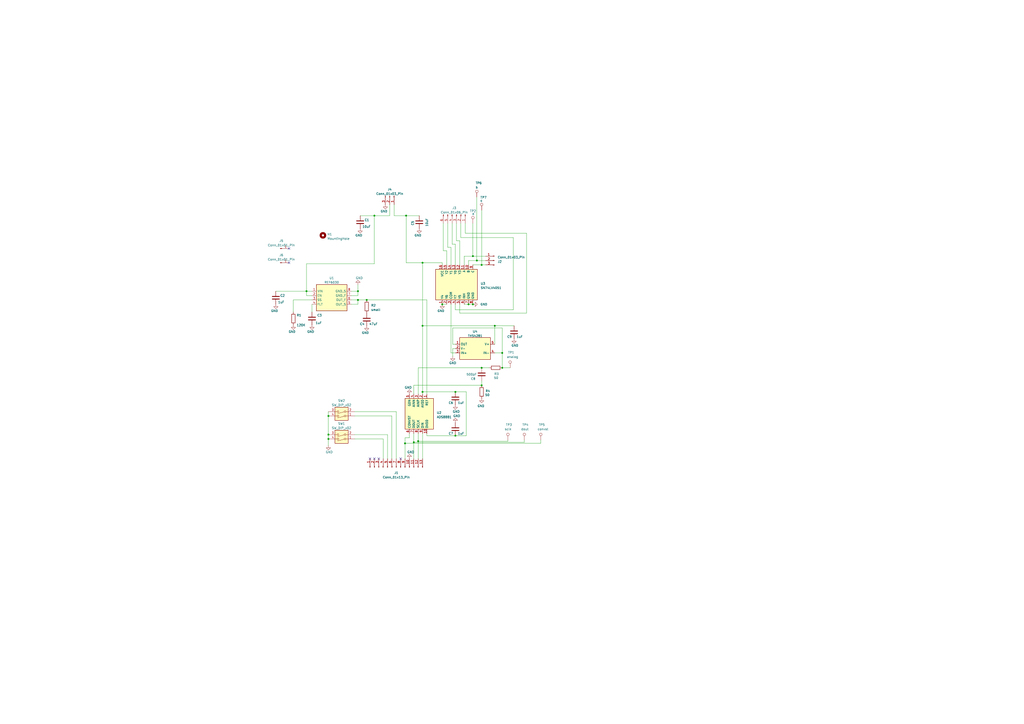
<source format=kicad_sch>
(kicad_sch (version 20230121) (generator eeschema)
  (paper "A2")
  (title_block (title "Stem Piano - Six Channel Analog 0.0") (date "2023") (rev "0.0"))
  (lib_symbols
    (symbol "Connector:Conn_01x01_Pin" (pin_names (offset 1.016) hide)
      (property "Reference" "J" (at 0 2.54 0))
      (property "Value" "Conn_01x01_Pin" (at 0 -2.54 0))
      (symbol "Conn_01x01_Pin_1_1"
        (polyline (pts (xy 1.27 0) (xy 0.8636 0)) (stroke (width 0.1524)))
        (rectangle (start 0.8636 0.127) (end 0 -0.127) (stroke (width 0.1524)) (fill (type outline)))
        (pin passive line (at 5.08 0 180) (length 3.81) (name "Pin_1") (number "1"))
      )
    )
    (symbol "Connector:Conn_01x03_Pin" (pin_names (offset 1.016) hide)
      (property "Reference" "J" (at 0 5.08 0))
      (property "Value" "Conn_01x03_Pin" (at 0 -5.08 0))
      (symbol "Conn_01x03_Pin_1_1"
        (polyline (pts (xy 1.27 -2.54) (xy 0.8636 -2.54)) (stroke (width 0.1524)))
        (polyline (pts (xy 1.27 0) (xy 0.8636 0)) (stroke (width 0.1524)))
        (polyline (pts (xy 1.27 2.54) (xy 0.8636 2.54)) (stroke (width 0.1524)))
        (rectangle (start 0.8636 -2.413) (end 0 -2.667) (stroke (width 0.1524)) (fill (type outline)))
        (rectangle (start 0.8636 0.127) (end 0 -0.127) (stroke (width 0.1524)) (fill (type outline)))
        (rectangle (start 0.8636 2.667) (end 0 2.413) (stroke (width 0.1524)) (fill (type outline)))
        (pin passive line (at 5.08 2.54 180) (length 3.81) (name "Pin_1") (number "1"))
        (pin passive line (at 5.08 0 180) (length 3.81) (name "Pin_2") (number "2"))
        (pin passive line (at 5.08 -2.54 180) (length 3.81) (name "Pin_3") (number "3"))
      )
    )
    (symbol "Connector:Conn_01x06_Pin" (pin_names (offset 1.016) hide)
      (property "Reference" "J" (at 0 7.62 0))
      (property "Value" "Conn_01x06_Pin" (at 0 -10.16 0))
      (symbol "Conn_01x06_Pin_1_1"
        (polyline (pts (xy 1.27 -7.62) (xy 0.8636 -7.62)) (stroke (width 0.1524)))
        (polyline (pts (xy 1.27 -5.08) (xy 0.8636 -5.08)) (stroke (width 0.1524)))
        (polyline (pts (xy 1.27 -2.54) (xy 0.8636 -2.54)) (stroke (width 0.1524)))
        (polyline (pts (xy 1.27 0) (xy 0.8636 0)) (stroke (width 0.1524)))
        (polyline (pts (xy 1.27 2.54) (xy 0.8636 2.54)) (stroke (width 0.1524)))
        (polyline (pts (xy 1.27 5.08) (xy 0.8636 5.08)) (stroke (width 0.1524)))
        (rectangle (start 0.8636 -7.493) (end 0 -7.747) (stroke (width 0.1524)) (fill (type outline)))
        (rectangle (start 0.8636 -4.953) (end 0 -5.207) (stroke (width 0.1524)) (fill (type outline)))
        (rectangle (start 0.8636 -2.413) (end 0 -2.667) (stroke (width 0.1524)) (fill (type outline)))
        (rectangle (start 0.8636 0.127) (end 0 -0.127) (stroke (width 0.1524)) (fill (type outline)))
        (rectangle (start 0.8636 2.667) (end 0 2.413) (stroke (width 0.1524)) (fill (type outline)))
        (rectangle (start 0.8636 5.207) (end 0 4.953) (stroke (width 0.1524)) (fill (type outline)))
        (pin passive line (at 5.08 5.08 180) (length 3.81) (name "Pin_1") (number "1"))
        (pin passive line (at 5.08 2.54 180) (length 3.81) (name "Pin_2") (number "2"))
        (pin passive line (at 5.08 0 180) (length 3.81) (name "Pin_3") (number "3"))
        (pin passive line (at 5.08 -2.54 180) (length 3.81) (name "Pin_4") (number "4"))
        (pin passive line (at 5.08 -5.08 180) (length 3.81) (name "Pin_5") (number "5"))
        (pin passive line (at 5.08 -7.62 180) (length 3.81) (name "Pin_6") (number "6"))
      )
    )
    (symbol "Connector:Conn_01x13_Pin" (pin_names (offset 1.016) hide)
      (property "Reference" "J" (at 0 17.78 0))
      (property "Value" "Conn_01x13_Pin" (at 0 -17.78 0))
      (symbol "Conn_01x13_Pin_1_1"
        (polyline (pts (xy 1.27 -15.24) (xy 0.8636 -15.24)) (stroke (width 0.1524)))
        (polyline (pts (xy 1.27 -12.7) (xy 0.8636 -12.7)) (stroke (width 0.1524)))
        (polyline (pts (xy 1.27 -10.16) (xy 0.8636 -10.16)) (stroke (width 0.1524)))
        (polyline (pts (xy 1.27 -7.62) (xy 0.8636 -7.62)) (stroke (width 0.1524)))
        (polyline (pts (xy 1.27 -5.08) (xy 0.8636 -5.08)) (stroke (width 0.1524)))
        (polyline (pts (xy 1.27 -2.54) (xy 0.8636 -2.54)) (stroke (width 0.1524)))
        (polyline (pts (xy 1.27 0) (xy 0.8636 0)) (stroke (width 0.1524)))
        (polyline (pts (xy 1.27 2.54) (xy 0.8636 2.54)) (stroke (width 0.1524)))
        (polyline (pts (xy 1.27 5.08) (xy 0.8636 5.08)) (stroke (width 0.1524)))
        (polyline (pts (xy 1.27 7.62) (xy 0.8636 7.62)) (stroke (width 0.1524)))
        (polyline (pts (xy 1.27 10.16) (xy 0.8636 10.16)) (stroke (width 0.1524)))
        (polyline (pts (xy 1.27 12.7) (xy 0.8636 12.7)) (stroke (width 0.1524)))
        (polyline (pts (xy 1.27 15.24) (xy 0.8636 15.24)) (stroke (width 0.1524)))
        (rectangle (start 0.8636 -15.113) (end 0 -15.367) (stroke (width 0.1524)) (fill (type outline)))
        (rectangle (start 0.8636 -12.573) (end 0 -12.827) (stroke (width 0.1524)) (fill (type outline)))
        (rectangle (start 0.8636 -10.033) (end 0 -10.287) (stroke (width 0.1524)) (fill (type outline)))
        (rectangle (start 0.8636 -7.493) (end 0 -7.747) (stroke (width 0.1524)) (fill (type outline)))
        (rectangle (start 0.8636 -4.953) (end 0 -5.207) (stroke (width 0.1524)) (fill (type outline)))
        (rectangle (start 0.8636 -2.413) (end 0 -2.667) (stroke (width 0.1524)) (fill (type outline)))
        (rectangle (start 0.8636 0.127) (end 0 -0.127) (stroke (width 0.1524)) (fill (type outline)))
        (rectangle (start 0.8636 2.667) (end 0 2.413) (stroke (width 0.1524)) (fill (type outline)))
        (rectangle (start 0.8636 5.207) (end 0 4.953) (stroke (width 0.1524)) (fill (type outline)))
        (rectangle (start 0.8636 7.747) (end 0 7.493) (stroke (width 0.1524)) (fill (type outline)))
        (rectangle (start 0.8636 10.287) (end 0 10.033) (stroke (width 0.1524)) (fill (type outline)))
        (rectangle (start 0.8636 12.827) (end 0 12.573) (stroke (width 0.1524)) (fill (type outline)))
        (rectangle (start 0.8636 15.367) (end 0 15.113) (stroke (width 0.1524)) (fill (type outline)))
        (pin passive line (at 5.08 15.24 180) (length 3.81) (name "Pin_1") (number "1"))
        (pin passive line (at 5.08 -7.62 180) (length 3.81) (name "Pin_10") (number "10"))
        (pin passive line (at 5.08 -10.16 180) (length 3.81) (name "Pin_11") (number "11"))
        (pin passive line (at 5.08 -12.7 180) (length 3.81) (name "Pin_12") (number "12"))
        (pin passive line (at 5.08 -15.24 180) (length 3.81) (name "Pin_13") (number "13"))
        (pin passive line (at 5.08 12.7 180) (length 3.81) (name "Pin_2") (number "2"))
        (pin passive line (at 5.08 10.16 180) (length 3.81) (name "Pin_3") (number "3"))
        (pin passive line (at 5.08 7.62 180) (length 3.81) (name "Pin_4") (number "4"))
        (pin passive line (at 5.08 5.08 180) (length 3.81) (name "Pin_5") (number "5"))
        (pin passive line (at 5.08 2.54 180) (length 3.81) (name "Pin_6") (number "6"))
        (pin passive line (at 5.08 0 180) (length 3.81) (name "Pin_7") (number "7"))
        (pin passive line (at 5.08 -2.54 180) (length 3.81) (name "Pin_8") (number "8"))
        (pin passive line (at 5.08 -5.08 180) (length 3.81) (name "Pin_9") (number "9"))
      )
    )
    (symbol "Connector:TestPoint" (pin_numbers hide) (pin_names (offset 0.762) hide)
      (property "Reference" "TP" (at 0 6.858 0))
      (property "Value" "TestPoint" (at 0 5.08 0))
      (symbol "TestPoint_0_1"
        (circle (center 0 3.302) (radius 0.762))
      )
      (symbol "TestPoint_1_1"
        (pin passive line (at 0 0 90) (length 2.54) (name "1") (number "1"))
      )
    )
    (symbol "Device:C" (pin_numbers hide) (pin_names (offset 0.254))
      (property "Reference" "C" (at 0.635 2.54 0))
      (property "Value" "C" (at 0.635 -2.54 0))
      (symbol "C_0_1"
        (polyline (pts (xy -2.032 -0.762) (xy 2.032 -0.762)) (stroke (width 0.508)))
        (polyline (pts (xy -2.032 0.762) (xy 2.032 0.762)) (stroke (width 0.508)))
      )
      (symbol "C_1_1"
        (pin passive line (at 0 3.81 270) (length 2.794) (name "~") (number "1"))
        (pin passive line (at 0 -3.81 90) (length 2.794) (name "~") (number "2"))
      )
    )
    (symbol "Device:R" (pin_numbers hide) (pin_names (offset 0))
      (property "Reference" "R" (at 2.032 0 90))
      (property "Value" "R" (at 0 0 90))
      (symbol "R_0_1"
        (rectangle (start -1.016 -2.54) (end 1.016 2.54) (stroke (width 0.254)))
      )
      (symbol "R_1_1"
        (pin passive line (at 0 3.81 270) (length 1.27) (name "~") (number "1"))
        (pin passive line (at 0 -3.81 90) (length 1.27) (name "~") (number "2"))
      )
    )
    (symbol "Mechanical:MountingHole" (pin_names (offset 1.016))
      (property "Reference" "H" (at 0 5.08 0))
      (property "Value" "MountingHole" (at 0 3.175 0))
      (symbol "MountingHole_0_1"
        (circle (center 0 0) (radius 1.27) (stroke (width 1.27)))
      )
    )
    (symbol "Switch:SW_DIP_x02" (pin_names (offset 0) hide)
      (property "Reference" "SW" (at 0 6.35 0))
      (property "Value" "SW_DIP_x02" (at 0 -3.81 0))
      (symbol "SW_DIP_x02_0_0"
        (circle (center -2.032 0) (radius 0.508))
        (circle (center -2.032 2.54) (radius 0.508))
        (polyline (pts (xy -1.524 0.127) (xy 2.3622 1.1684)))
        (polyline (pts (xy -1.524 2.667) (xy 2.3622 3.7084)))
        (circle (center 2.032 0) (radius 0.508))
        (circle (center 2.032 2.54) (radius 0.508))
      )
      (symbol "SW_DIP_x02_0_1"
        (rectangle (start -3.81 5.08) (end 3.81 -2.54) (stroke (width 0.254)) (fill (type background)))
      )
      (symbol "SW_DIP_x02_1_1"
        (pin passive line (at -7.62 2.54 0) (length 5.08) (name "~") (number "1"))
        (pin passive line (at -7.62 0 0) (length 5.08) (name "~") (number "2"))
        (pin passive line (at 7.62 0 180) (length 5.08) (name "~") (number "3"))
        (pin passive line (at 7.62 2.54 180) (length 5.08) (name "~") (number "4"))
      )
    )
    (symbol "stem_piano_symbols:ADS8881"
      (property "Reference" "U" (at 0 1.27 0))
      (property "Value" "ADS8881" (at 0 7.62 0))
      (symbol "ADS8881_0_1"
        (rectangle (start -8.89 8.89) (end 8.89 -7.62) (stroke (width 0.254)) (fill (type background)))
      )
      (symbol "ADS8881_1_1"
        (pin input line (at -11.43 5.08 0) (length 2.54) (name "REF") (number "1"))
        (pin power_in line (at 11.43 5.08 180) (length 2.54) (name "DVDD") (number "10"))
        (pin power_in line (at -11.43 2.54 0) (length 2.54) (name "AVDD") (number "2"))
        (pin input line (at -11.43 0 0) (length 2.54) (name "AINP") (number "3"))
        (pin input line (at -11.43 -2.54 0) (length 2.54) (name "AINN") (number "4"))
        (pin power_in line (at -11.43 -5.08 0) (length 2.54) (name "GDN") (number "5"))
        (pin input line (at 11.43 -5.08 180) (length 2.54) (name "CONVST") (number "6"))
        (pin output line (at 11.43 -2.54 180) (length 2.54) (name "DOUT") (number "7"))
        (pin input line (at 11.43 0 180) (length 2.54) (name "SCLK") (number "8"))
        (pin input line (at 11.43 2.54 180) (length 2.54) (name "DIN") (number "9"))
      )
    )
    (symbol "stem_piano_symbols:REF6030"
      (property "Reference" "U" (at 0 0 0))
      (property "Value" "REF6030" (at 0 6.35 0))
      (symbol "REF6030_0_1"
        (rectangle (start -8.89 7.62) (end 8.89 -7.62) (stroke (width 0.254)) (fill (type background)))
      )
      (symbol "REF6030_1_1"
        (pin power_in line (at -11.43 3.81 0) (length 2.54) (name "VIN") (number "1"))
        (pin input line (at -11.43 1.27 0) (length 2.54) (name "EN") (number "2"))
        (pin input line (at -11.43 -1.27 0) (length 2.54) (name "SS") (number "3"))
        (pin input line (at -11.43 -3.81 0) (length 2.54) (name "FLT") (number "4"))
        (pin input line (at 11.43 -3.81 180) (length 2.54) (name "OUT_S") (number "5"))
        (pin output line (at 11.43 -1.27 180) (length 2.54) (name "OUT_F") (number "6"))
        (pin power_in line (at 11.43 1.27 180) (length 2.54) (name "GND_F") (number "7"))
        (pin power_in line (at 11.43 3.81 180) (length 2.54) (name "GND_S") (number "8"))
      )
    )
    (symbol "stem_piano_symbols:SN74LV4051"
      (property "Reference" "U" (at -8.89 16.51 0))
      (property "Value" "SN74LV4051" (at -8.89 13.97 0))
      (symbol "SN74LV4051_0_1"
        (rectangle (start -8.89 12.7) (end 8.89 -11.43) (stroke (width 0.254)) (fill (type background)))
      )
      (symbol "SN74LV4051_1_1"
        (pin input line (at -11.43 8.89 0) (length 2.54) (name "Y4") (number "1"))
        (pin input line (at 11.43 -6.35 180) (length 2.54) (name "B") (number "10"))
        (pin input line (at 11.43 -3.81 180) (length 2.54) (name "A") (number "11"))
        (pin input line (at 11.43 -1.27 180) (length 2.54) (name "Y3") (number "12"))
        (pin input line (at 11.43 1.27 180) (length 2.54) (name "Y0") (number "13"))
        (pin input line (at 11.43 3.81 180) (length 2.54) (name "Y1") (number "14"))
        (pin input line (at 11.43 6.35 180) (length 2.54) (name "Y2") (number "15"))
        (pin power_in line (at 11.43 8.89 180) (length 2.54) (name "VCC") (number "16"))
        (pin input line (at -11.43 6.35 0) (length 2.54) (name "Y6") (number "2"))
        (pin output line (at -11.43 3.81 0) (length 2.54) (name "COM") (number "3"))
        (pin input line (at -11.43 1.27 0) (length 2.54) (name "Y7") (number "4"))
        (pin input line (at -11.43 -1.27 0) (length 2.54) (name "Y5") (number "5"))
        (pin input line (at -11.43 -3.81 0) (length 2.54) (name "INH") (number "6"))
        (pin power_in line (at -11.43 -6.35 0) (length 2.54) (name "GND") (number "7"))
        (pin power_in line (at -11.43 -8.89 0) (length 2.54) (name "GND") (number "8"))
        (pin input line (at 11.43 -8.89 180) (length 2.54) (name "C") (number "9"))
      )
    )
    (symbol "stem_piano_symbols:THS4281"
      (property "Reference" "U" (at 0 -1.27 0))
      (property "Value" "THS4281" (at 0 5.08 0))
      (symbol "THS4281_0_1"
        (rectangle (start -8.89 6.35) (end 8.89 -6.35) (stroke (width 0.254)) (fill (type background)))
      )
      (symbol "THS4281_1_1"
        (pin output line (at -11.43 2.54 0) (length 2.54) (name "OUT") (number "1"))
        (pin power_in line (at -11.43 0 0) (length 2.54) (name "V-") (number "2"))
        (pin input line (at -11.43 -2.54 0) (length 2.54) (name "IN+") (number "3"))
        (pin input line (at 11.43 -2.54 180) (length 2.54) (name "IN-") (number "4"))
        (pin power_in line (at 11.43 2.54 180) (length 2.54) (name "V+") (number "5"))
      )
    )
    (symbol "power:GND" (power) (pin_names (offset 0))
      (property "Value" "GND" (at 0 -3.81 0))
      (symbol "GND_0_1"
        (polyline (pts (xy 0 0) (xy 0 -1.27) (xy 1.27 -1.27) (xy 0 -2.54) (xy -1.27 -1.27) (xy 0 -1.27)))
      )
      (symbol "GND_1_1"
        (pin power_in line (at 0 0 270) (length 0) hide (name "GND") (number "1"))
      )
    )
  )
  (junction (at 291.338 204.724))
  (junction (at 190.5 254.635))
  (junction (at 245.11 188.976))
  (junction (at 242.57 255.905))
  (junction (at 264.16 252.73))
  (junction (at 287.02 188.976))
  (junction (at 264.16 227.33))
  (junction (at 279.4 213.36))
  (junction (at 291.338 213.36))
  (junction (at 271.78 176.53))
  (junction (at 234.95 257.175))
  (junction (at 245.11 227.33))
  (junction (at 256.54 176.53))
  (junction (at 190.5 252.095))
  (junction (at 217.17 125.095))
  (junction (at 274.32 176.53))
  (junction (at 207.645 173.99))
  (junction (at 190.5 241.3))
  (junction (at 245.11 152.4))
  (junction (at 177.8 168.91))
  (junction (at 207.645 168.91))
  (junction (at 212.725 173.99))
  (junction (at 240.03 256.54))
  (junction (at 235.585 125.095))
  (junction (at 276.606 151.13))
  (junction (at 274.32 148.59))
  (junction (at 279.4 153.67))
  (junction (at 279.4 223.52))
  (no_connect (at 167.64 152.4))
  (no_connect (at 217.17 266.065))
  (no_connect (at 214.63 266.065))
  (no_connect (at 219.71 266.065))
  (no_connect (at 232.41 266.065))
  (no_connect (at 167.64 144.145))
  (wire (pts (xy 262.636 190.246) (xy 291.338 190.246)))
  (wire (pts (xy 247.65 173.99) (xy 247.65 228.6)))
  (wire (pts (xy 242.57 255.905) (xy 242.57 266.065)))
  (wire (pts (xy 279.4 121.92) (xy 279.4 153.67)))
  (wire (pts (xy 205.74 254.635) (xy 222.25 254.635)))
  (wire (pts (xy 266.7 139.7) (xy 264.795 139.7)))
  (wire (pts (xy 259.08 153.67) (xy 259.08 145.415)))
  (wire (pts (xy 264.16 141.605) (xy 262.255 141.605)))
  (wire (pts (xy 245.11 152.4) (xy 245.11 188.976)))
  (wire (pts (xy 274.32 148.59) (xy 281.686 148.59)))
  (wire (pts (xy 271.78 176.53) (xy 274.32 176.53)))
  (wire (pts (xy 279.4 153.67) (xy 281.686 153.67)))
  (wire (pts (xy 269.24 176.53) (xy 271.78 176.53)))
  (wire (pts (xy 160.02 168.91) (xy 177.8 168.91)))
  (wire (pts (xy 259.08 176.53) (xy 256.54 176.53)))
  (wire (pts (xy 267.335 137.795) (xy 297.815 137.795)))
  (wire (pts (xy 291.338 190.246) (xy 291.338 204.724)))
  (wire (pts (xy 207.645 168.91) (xy 207.645 165.1)))
  (wire (pts (xy 287.02 188.976) (xy 245.11 188.976)))
  (wire (pts (xy 305.435 135.255) (xy 305.435 181.61)))
  (wire (pts (xy 205.74 238.76) (xy 229.87 238.76)))
  (wire (pts (xy 269.875 129.54) (xy 269.875 135.255)))
  (wire (pts (xy 240.03 228.6) (xy 240.03 223.52)))
  (wire (pts (xy 267.335 129.54) (xy 267.335 137.795)))
  (wire (pts (xy 234.95 254) (xy 234.95 257.175)))
  (wire (pts (xy 291.338 204.724) (xy 291.338 213.36)))
  (wire (pts (xy 245.11 251.46) (xy 245.11 266.065)))
  (wire (pts (xy 242.57 251.46) (xy 242.57 255.905)))
  (wire (pts (xy 240.03 223.52) (xy 279.4 223.52)))
  (wire (pts (xy 203.835 171.45) (xy 207.645 171.45)))
  (wire (pts (xy 274.32 129.54) (xy 274.32 148.59)))
  (wire (pts (xy 229.87 238.76) (xy 229.87 266.065)))
  (wire (pts (xy 190.5 241.3) (xy 190.5 252.095)))
  (wire (pts (xy 205.74 252.095) (xy 224.79 252.095)))
  (wire (pts (xy 180.975 176.53) (xy 180.975 180.975)))
  (wire (pts (xy 180.975 171.45) (xy 177.8 171.45)))
  (wire (pts (xy 266.7 176.53) (xy 266.7 181.61)))
  (wire (pts (xy 264.16 179.705) (xy 264.16 176.53)))
  (wire (pts (xy 274.32 153.67) (xy 279.4 153.67)))
  (wire (pts (xy 270.51 227.33) (xy 264.16 227.33)))
  (wire (pts (xy 177.8 171.45) (xy 177.8 168.91)))
  (wire (pts (xy 261.62 204.724) (xy 264.16 204.724)))
  (wire (pts (xy 242.57 255.905) (xy 294.64 255.905)))
  (wire (pts (xy 297.815 137.795) (xy 297.815 179.705)))
  (wire (pts (xy 269.24 148.59) (xy 269.24 153.67)))
  (wire (pts (xy 264.16 252.73) (xy 270.51 252.73)))
  (wire (pts (xy 271.78 151.13) (xy 271.78 153.67)))
  (wire (pts (xy 266.7 181.61) (xy 305.435 181.61)))
  (wire (pts (xy 313.69 255.27) (xy 313.69 257.175)))
  (wire (pts (xy 264.16 202.184) (xy 262.636 202.184)))
  (wire (pts (xy 170.18 173.99) (xy 170.18 180.975)))
  (wire (pts (xy 235.585 125.095) (xy 235.585 152.4)))
  (wire (pts (xy 247.65 252.73) (xy 247.65 251.46)))
  (wire (pts (xy 294.64 255.27) (xy 294.64 255.905)))
  (wire (pts (xy 177.8 168.91) (xy 180.975 168.91)))
  (wire (pts (xy 257.175 145.415) (xy 257.175 129.54)))
  (wire (pts (xy 190.5 252.095) (xy 190.5 254.635)))
  (wire (pts (xy 264.16 179.705) (xy 297.815 179.705)))
  (wire (pts (xy 261.62 143.51) (xy 259.715 143.51)))
  (wire (pts (xy 235.585 125.095) (xy 243.205 125.095)))
  (wire (pts (xy 226.06 118.745) (xy 226.06 125.095)))
  (wire (pts (xy 177.8 153.035) (xy 217.17 153.035)))
  (wire (pts (xy 256.54 152.4) (xy 256.54 153.67)))
  (wire (pts (xy 276.606 114.3) (xy 276.606 151.13)))
  (wire (pts (xy 217.17 153.035) (xy 217.17 125.095)))
  (wire (pts (xy 177.8 168.91) (xy 177.8 153.035)))
  (wire (pts (xy 279.4 213.36) (xy 283.718 213.36)))
  (wire (pts (xy 269.875 135.255) (xy 305.435 135.255)))
  (wire (pts (xy 264.16 252.73) (xy 247.65 252.73)))
  (wire (pts (xy 205.74 241.3) (xy 227.33 241.3)))
  (wire (pts (xy 207.645 176.53) (xy 207.645 173.99)))
  (wire (pts (xy 235.585 152.4) (xy 245.11 152.4)))
  (wire (pts (xy 203.835 173.99) (xy 207.645 173.99)))
  (wire (pts (xy 228.6 125.095) (xy 235.585 125.095)))
  (wire (pts (xy 276.606 151.13) (xy 271.78 151.13)))
  (wire (pts (xy 245.11 227.33) (xy 264.16 227.33)))
  (wire (pts (xy 270.51 227.33) (xy 270.51 252.73)))
  (wire (pts (xy 269.24 148.59) (xy 274.32 148.59)))
  (wire (pts (xy 245.11 228.6) (xy 245.11 227.33)))
  (wire (pts (xy 262.636 190.246) (xy 262.636 199.644)))
  (wire (pts (xy 190.5 238.76) (xy 190.5 241.3)))
  (wire (pts (xy 245.11 188.976) (xy 245.11 227.33)))
  (wire (pts (xy 222.25 254.635) (xy 222.25 266.065)))
  (wire (pts (xy 287.02 204.724) (xy 291.338 204.724)))
  (wire (pts (xy 170.18 173.99) (xy 180.975 173.99)))
  (wire (pts (xy 240.03 251.46) (xy 240.03 256.54)))
  (wire (pts (xy 259.08 145.415) (xy 257.175 145.415)))
  (wire (pts (xy 237.49 254) (xy 234.95 254)))
  (wire (pts (xy 245.11 152.4) (xy 256.54 152.4)))
  (wire (pts (xy 203.835 168.91) (xy 207.645 168.91)))
  (wire (pts (xy 313.69 257.175) (xy 234.95 257.175)))
  (wire (pts (xy 190.5 254.635) (xy 190.5 258.445)))
  (wire (pts (xy 242.57 213.36) (xy 242.57 228.6)))
  (wire (pts (xy 279.4 220.98) (xy 279.4 223.52)))
  (wire (pts (xy 259.715 143.51) (xy 259.715 129.54)))
  (wire (pts (xy 261.62 176.53) (xy 261.62 204.724)))
  (wire (pts (xy 279.4 213.36) (xy 242.57 213.36)))
  (wire (pts (xy 234.95 257.175) (xy 234.95 266.065)))
  (wire (pts (xy 207.645 173.99) (xy 212.725 173.99)))
  (wire (pts (xy 240.03 256.54) (xy 240.03 266.065)))
  (wire (pts (xy 224.79 252.095) (xy 224.79 266.065)))
  (wire (pts (xy 264.795 139.7) (xy 264.795 129.54)))
  (wire (pts (xy 227.33 241.3) (xy 227.33 266.065)))
  (wire (pts (xy 208.915 125.095) (xy 217.17 125.095)))
  (wire (pts (xy 262.636 202.184) (xy 262.636 206.756)))
  (wire (pts (xy 262.636 199.644) (xy 264.16 199.644)))
  (wire (pts (xy 207.645 171.45) (xy 207.645 168.91)))
  (wire (pts (xy 291.338 213.36) (xy 295.91 213.36)))
  (wire (pts (xy 276.606 151.13) (xy 281.686 151.13)))
  (wire (pts (xy 237.49 251.46) (xy 237.49 254)))
  (wire (pts (xy 266.7 153.67) (xy 266.7 139.7)))
  (wire (pts (xy 264.16 153.67) (xy 264.16 141.605)))
  (wire (pts (xy 228.6 118.745) (xy 228.6 125.095)))
  (wire (pts (xy 203.835 176.53) (xy 207.645 176.53)))
  (wire (pts (xy 287.02 188.976) (xy 287.02 199.644)))
  (wire (pts (xy 262.255 141.605) (xy 262.255 129.54)))
  (wire (pts (xy 287.02 188.976) (xy 298.196 188.976)))
  (wire (pts (xy 304.165 255.27) (xy 304.165 256.54)))
  (wire (pts (xy 261.62 153.67) (xy 261.62 143.51)))
  (wire (pts (xy 226.06 125.095) (xy 217.17 125.095)))
  (wire (pts (xy 240.03 256.54) (xy 304.165 256.54)))
  (wire (pts (xy 212.725 173.99) (xy 247.65 173.99)))
  (symbol (lib_id "Connector:TestPoint") (at 313.69 255.27 0) (unit 1)
    (property "Reference" "TP5" (at 312.42 246.38 0) (effects (justify left)))
    (property "Value" "convst" (at 311.785 248.92 0) (effects (justify left)))
    (property "Footprint" "TestPoint:TestPoint_Keystone_5000-5004_Miniature" (effects hide))
  )
  (symbol (lib_id "power:GND") (at 262.636 206.756 0) (unit 1)
    (property "Reference" "#PWR04" (effects hide))
    (property "Value" "GND" (at 264.668 210.566 0) (effects (justify right)))
  )
  (symbol (lib_id "stem_piano_symbols:ADS8881") (at 242.57 240.03 270) (unit 1)
    (property "Reference" "U2" (at 253.365 239.395 90) (effects (justify left)))
    (property "Value" "ADS8881" (at 253.365 241.935 90) (effects (justify left)))
    (property "Footprint" "stem_piano_footprints:VSSOP-10_medpad" (effects hide))
  )
  (symbol (lib_id "Device:C") (at 160.02 172.72 0) (unit 1)
    (property "Reference" "C2" (at 162.56 171.45 0) (effects (justify left)))
    (property "Value" "1uF" (at 161.29 175.26 0) (effects (justify left)))
    (property "Footprint" "stem_piano_footprints:C_0805_2012_1.18x1.45mm_medpad" (effects hide))
  )
  (symbol (lib_id "power:GND") (at 298.196 196.596 0) (unit 1)
    (property "Reference" "#PWR05" (effects hide))
    (property "Value" "GND" (at 300.736 200.406 0) (effects (justify right)))
  )
  (symbol (lib_id "Connector:Conn_01x03_Pin") (at 226.06 113.665 270) (unit 1)
    (property "Reference" "J4" (at 226.06 109.855 90))
    (property "Value" "Conn_01x03_Pin" (at 226.06 112.395 90))
    (property "Footprint" "Connector_PinHeader_2.54mm:PinHeader_1x03_P2.54mm_Vertical" (effects hide))
  )
  (symbol (lib_id "Device:C") (at 208.915 128.905 0) (unit 1)
    (property "Reference" "C1" (at 211.455 127.635 0) (effects (justify left)))
    (property "Value" "10uF" (at 210.185 131.445 0) (effects (justify left)))
    (property "Footprint" "stem_piano_footprints:C_0805_2012_1.18x1.45mm_medpad" (effects hide))
  )
  (symbol (lib_id "Device:R") (at 287.528 213.36 270) (unit 1)
    (property "Reference" "R3" (at 288.036 216.916 90))
    (property "Value" "50" (at 287.782 219.202 90))
    (property "Footprint" "stem_piano_footprints:R_0805_2012_1.20x1.40mm_medpad" (effects hide))
  )
  (symbol (lib_id "power:GND") (at 160.02 176.53 0) (unit 1)
    (property "Reference" "#PWR067" (effects hide))
    (property "Value" "GND" (at 161.29 180.34 0) (effects (justify right)))
  )
  (symbol (lib_id "Device:C") (at 264.16 248.92 180) (unit 1)
    (property "Reference" "C7" (at 262.89 251.46 0) (effects (justify left)))
    (property "Value" "1uF" (at 269.24 251.46 0) (effects (justify left)))
    (property "Footprint" "stem_piano_footprints:C_0805_2012_1.18x1.45mm_medpad" (effects hide))
  )
  (symbol (lib_id "Mechanical:MountingHole") (at 187.325 136.525 0) (unit 1)
    (property "Reference" "H1" (at 189.865 135.89 0) (effects (justify left)))
    (property "Value" "MountingHole" (at 189.865 138.43 0) (effects (justify left)))
    (property "Footprint" "MountingHole:MountingHole_2.2mm_M2_DIN965_Pad_TopBottom" (effects hide))
  )
  (symbol (lib_id "power:GND") (at 212.725 189.23 0) (unit 1)
    (property "Reference" "#PWR059" (effects hide))
    (property "Value" "GND" (at 213.995 193.04 0) (effects (justify right)))
  )
  (symbol (lib_id "Device:C") (at 212.725 185.42 180) (unit 1)
    (property "Reference" "C4" (at 211.455 187.96 0) (effects (justify left)))
    (property "Value" "47uF" (at 219.075 187.96 0) (effects (justify left)))
    (property "Footprint" "stem_piano_footprints:C_0805_2012_1.18x1.45mm_medpad" (effects hide))
  )
  (symbol (lib_id "Device:C") (at 180.975 184.785 180) (unit 1)
    (property "Reference" "C3" (at 186.69 182.88 0) (effects (justify left)))
    (property "Value" "1uF" (at 186.69 187.325 0) (effects (justify left)))
    (property "Footprint" "stem_piano_footprints:C_0805_2012_1.18x1.45mm_medpad" (effects hide))
  )
  (symbol (lib_id "power:GND") (at 264.16 245.11 180) (unit 1)
    (property "Reference" "#PWR062" (effects hide))
    (property "Value" "GND" (at 262.89 241.3 0) (effects (justify right)))
  )
  (symbol (lib_id "power:GND") (at 243.205 132.715 0) (unit 1)
    (property "Reference" "#PWR058" (effects hide))
    (property "Value" "GND" (at 244.475 136.525 0) (effects (justify right)))
  )
  (symbol (lib_id "Connector:TestPoint") (at 274.32 129.54 0) (unit 1)
    (property "Reference" "TP2" (at 272.542 122.428 0) (effects (justify left)))
    (property "Value" "a" (at 273.812 123.952 0) (effects (justify left)))
    (property "Footprint" "TestPoint:TestPoint_Keystone_5000-5004_Miniature" (effects hide))
  )
  (symbol (lib_id "Connector:TestPoint") (at 294.64 255.27 0) (unit 1)
    (property "Reference" "TP3" (at 293.37 246.38 0) (effects (justify left)))
    (property "Value" "sclk" (at 292.735 248.92 0) (effects (justify left)))
    (property "Footprint" "TestPoint:TestPoint_Keystone_5000-5004_Miniature" (effects hide))
  )
  (symbol (lib_id "Connector:TestPoint") (at 295.91 213.36 0) (unit 1)
    (property "Reference" "TP1" (at 294.64 204.47 0) (effects (justify left)))
    (property "Value" "analog" (at 294.005 207.01 0) (effects (justify left)))
    (property "Footprint" "TestPoint:TestPoint_Keystone_5000-5004_Miniature" (effects hide))
  )
  (symbol (lib_id "Device:C") (at 298.196 192.786 180) (unit 1)
    (property "Reference" "C9" (at 296.926 195.326 0) (effects (justify left)))
    (property "Value" "1uF" (at 303.276 195.326 0) (effects (justify left)))
    (property "Footprint" "stem_piano_footprints:C_0805_2012_1.18x1.45mm_medpad" (effects hide))
  )
  (symbol (lib_id "stem_piano_symbols:SN74LV4051") (at 265.43 165.1 90) (unit 1)
    (property "Reference" "U3" (at 278.765 164.465 90) (effects (justify right)))
    (property "Value" "SN74LV4051" (at 278.765 167.005 90) (effects (justify right)))
    (property "Footprint" "stem_piano_footprints:SOIC-16_3.9x9.9mm_P1.27mm_medpad" (effects hide))
  )
  (symbol (lib_id "power:GND") (at 180.975 188.595 0) (unit 1)
    (property "Reference" "#PWR053" (effects hide))
    (property "Value" "GND" (at 182.245 192.405 0) (effects (justify right)))
  )
  (symbol (lib_id "Device:C") (at 279.4 217.17 180) (unit 1)
    (property "Reference" "C8" (at 275.844 219.71 0) (effects (justify left)))
    (property "Value" "500pF" (at 276.606 217.17 0) (effects (justify left)))
    (property "Footprint" "stem_piano_footprints:C_0805_2012_1.18x1.45mm_medpad" (effects hide))
  )
  (symbol (lib_id "Device:C") (at 243.205 128.905 0) (unit 1)
    (property "Reference" "C5" (at 239.395 130.81 90) (effects (justify left)))
    (property "Value" "10uF" (at 247.65 131.445 90) (effects (justify left)))
    (property "Footprint" "stem_piano_footprints:C_0805_2012_1.18x1.45mm_medpad" (effects hide))
  )
  (symbol (lib_id "power:GND") (at 207.645 165.1 180) (unit 1)
    (property "Reference" "#PWR054" (effects hide))
    (property "Value" "GND" (at 206.375 161.29 0) (effects (justify right)))
  )
  (symbol (lib_id "Connector:Conn_01x03_Pin") (at 286.766 151.13 0) (mirror y) (unit 1)
    (property "Reference" "J2" (at 288.671 151.765 0) (effects (justify right)))
    (property "Value" "Conn_01x03_Pin" (at 288.671 149.225 0) (effects (justify right)))
    (property "Footprint" "Connector_PinHeader_2.54mm:PinHeader_1x03_P2.54mm_Vertical" (effects hide))
  )
  (symbol (lib_id "Connector:Conn_01x01_Pin") (at 162.56 144.145 0) (unit 1)
    (property "Reference" "J5" (at 163.195 139.7 0))
    (property "Value" "Conn_01x01_Pin" (at 163.195 142.24 0))
    (property "Footprint" "Connector_PinHeader_2.54mm:PinHeader_1x01_P2.54mm_Vertical" (effects hide))
  )
  (symbol (lib_id "power:GND") (at 274.32 176.53 90) (unit 1)
    (property "Reference" "#PWR030" (effects hide))
    (property "Value" "GND" (at 278.638 176.53 90) (effects (justify right)))
  )
  (symbol (lib_id "Connector:TestPoint") (at 276.606 114.3 0) (unit 1)
    (property "Reference" "TP6" (at 275.844 106.172 0) (effects (justify left)))
    (property "Value" "b" (at 275.844 108.712 0) (effects (justify left)))
    (property "Footprint" "TestPoint:TestPoint_Keystone_5000-5004_Miniature" (effects hide))
  )
  (symbol (lib_id "power:GND") (at 237.49 228.6 180) (unit 1)
    (property "Reference" "#PWR060" (effects hide))
    (property "Value" "GND" (at 234.7468 224.79 0) (effects (justify right)))
  )
  (symbol (lib_id "Device:R") (at 212.725 177.8 180) (unit 1)
    (property "Reference" "R2" (at 215.265 177.165 0) (effects (justify right)))
    (property "Value" "small" (at 215.265 179.705 0) (effects (justify right)))
    (property "Footprint" "stem_piano_footprints:R_0805_2012_1.20x1.40mm_medpad" (effects hide))
  )
  (symbol (lib_id "power:GND") (at 190.5 258.445 0) (unit 1)
    (property "Reference" "#PWR02" (effects hide))
    (property "Value" "GND" (at 193.04 262.255 0) (effects (justify right)))
  )
  (symbol (lib_id "Switch:SW_DIP_x02") (at 198.12 252.095 180) (unit 1)
    (property "Reference" "SW1" (at 198.12 245.745 0))
    (property "Value" "SW_DIP_x02" (at 198.12 248.285 0))
    (property "Footprint" "stem_piano_footprints:SW_DIP_SPSTx02_Slide_medpad" (effects hide))
  )
  (symbol (lib_id "Connector:TestPoint") (at 304.165 255.27 0) (unit 1)
    (property "Reference" "TP4" (at 302.895 246.38 0) (effects (justify left)))
    (property "Value" "dout" (at 302.26 248.92 0) (effects (justify left)))
    (property "Footprint" "TestPoint:TestPoint_Keystone_5000-5004_Miniature" (effects hide))
  )
  (symbol (lib_id "Switch:SW_DIP_x02") (at 198.12 238.76 180) (unit 1)
    (property "Reference" "SW2" (at 198.12 232.41 0))
    (property "Value" "SW_DIP_x02" (at 198.12 234.95 0))
    (property "Footprint" "stem_piano_footprints:SW_DIP_SPSTx02_Slide_medpad" (effects hide))
  )
  (symbol (lib_id "power:GND") (at 223.52 118.745 0) (unit 1)
    (property "Reference" "#PWR056" (effects hide))
    (property "Value" "GND" (at 224.79 122.555 0) (effects (justify right)))
  )
  (symbol (lib_id "Connector:Conn_01x06_Pin") (at 264.795 124.46 270) (unit 1)
    (property "Reference" "J3" (at 263.525 120.65 90))
    (property "Value" "Conn_01x06_Pin" (at 263.525 123.19 90))
    (property "Footprint" "Connector_PinHeader_2.54mm:PinHeader_1x06_P2.54mm_Vertical" (effects hide))
  )
  (symbol (lib_id "Connector:Conn_01x01_Pin") (at 162.56 152.4 0) (unit 1)
    (property "Reference" "J6" (at 163.195 147.955 0))
    (property "Value" "Conn_01x01_Pin" (at 163.195 150.495 0))
    (property "Footprint" "Connector_PinHeader_2.54mm:PinHeader_1x01_P2.54mm_Vertical" (effects hide))
  )
  (symbol (lib_id "power:GND") (at 208.915 132.715 0) (unit 1)
    (property "Reference" "#PWR079" (effects hide))
    (property "Value" "GND" (at 210.185 136.525 0) (effects (justify right)))
  )
  (symbol (lib_id "Connector:TestPoint") (at 279.4 121.92 0) (unit 1)
    (property "Reference" "TP7" (at 278.638 114.554 0) (effects (justify left)))
    (property "Value" "c" (at 278.638 116.332 0) (effects (justify left)))
    (property "Footprint" "TestPoint:TestPoint_Keystone_5000-5004_Miniature" (effects hide))
  )
  (symbol (lib_id "Device:R") (at 170.18 184.785 180) (unit 1)
    (property "Reference" "R1" (at 172.085 182.88 0) (effects (justify right)))
    (property "Value" "120K" (at 172.085 188.595 0) (effects (justify right)))
    (property "Footprint" "stem_piano_footprints:R_0805_2012_1.20x1.40mm_medpad" (effects hide))
  )
  (symbol (lib_id "power:GND") (at 170.18 188.595 0) (unit 1)
    (property "Reference" "#PWR045" (effects hide))
    (property "Value" "GND" (at 171.45 192.405 0) (effects (justify right)))
  )
  (symbol (lib_id "stem_piano_symbols:REF6030") (at 192.405 172.72 0) (unit 1)
    (property "Reference" "U1" (at 192.405 161.29 0))
    (property "Value" "REF6030" (at 192.405 163.83 0))
    (property "Footprint" "stem_piano_footprints:VSSOP-8_3.0x3.0mm_P0.65mm_medpads" (effects hide))
  )
  (symbol (lib_id "power:GND") (at 279.4 231.14 0) (unit 1)
    (property "Reference" "#PWR01" (effects hide))
    (property "Value" "GND" (at 281.0256 235.5088 0) (effects (justify right)))
  )
  (symbol (lib_id "stem_piano_symbols:THS4281") (at 275.59 202.184 0) (unit 1)
    (property "Reference" "U4" (at 275.59 192.278 0))
    (property "Value" "THS4281" (at 275.59 194.818 0))
    (property "Footprint" "stem_piano_footprints:SOT-23-5_medpad" (effects hide))
  )
  (symbol (lib_id "power:GND") (at 264.16 234.95 0) (unit 1)
    (property "Reference" "#PWR061" (effects hide))
    (property "Value" "GND" (at 266.7 238.76 0) (effects (justify right)))
  )
  (symbol (lib_id "Device:R") (at 279.4 227.33 0) (unit 1)
    (property "Reference" "R4" (at 282.956 226.822 0))
    (property "Value" "50" (at 282.702 229.108 0))
    (property "Footprint" "stem_piano_footprints:R_0805_2012_1.20x1.40mm_medpad" (effects hide))
  )
  (symbol (lib_id "power:GND") (at 256.54 176.53 0) (unit 1)
    (property "Reference" "#PWR055" (effects hide))
    (property "Value" "GND" (at 257.81 180.34 0) (effects (justify right)))
  )
  (symbol (lib_id "Device:C") (at 264.16 231.14 180) (unit 1)
    (property "Reference" "C6" (at 262.89 233.68 0) (effects (justify left)))
    (property "Value" "1uF" (at 269.24 233.68 0) (effects (justify left)))
    (property "Footprint" "stem_piano_footprints:C_0805_2012_1.18x1.45mm_medpad" (effects hide))
  )
  (symbol (lib_id "Connector:Conn_01x13_Pin") (at 229.87 271.145 90) (unit 1)
    (property "Reference" "J1" (at 229.87 274.32 90))
    (property "Value" "Conn_01x13_Pin" (at 229.87 276.86 90))
    (property "Footprint" "Connector_PinHeader_2.54mm:PinHeader_1x13_P2.54mm_Vertical" (effects hide))
  )
  (symbol (lib_id "power:GND") (at 237.49 266.065 180) (unit 1)
    (property "Reference" "#PWR03" (effects hide))
    (property "Value" "GND" (at 236.22 262.255 0) (effects (justify right)))
  )
)
</source>
